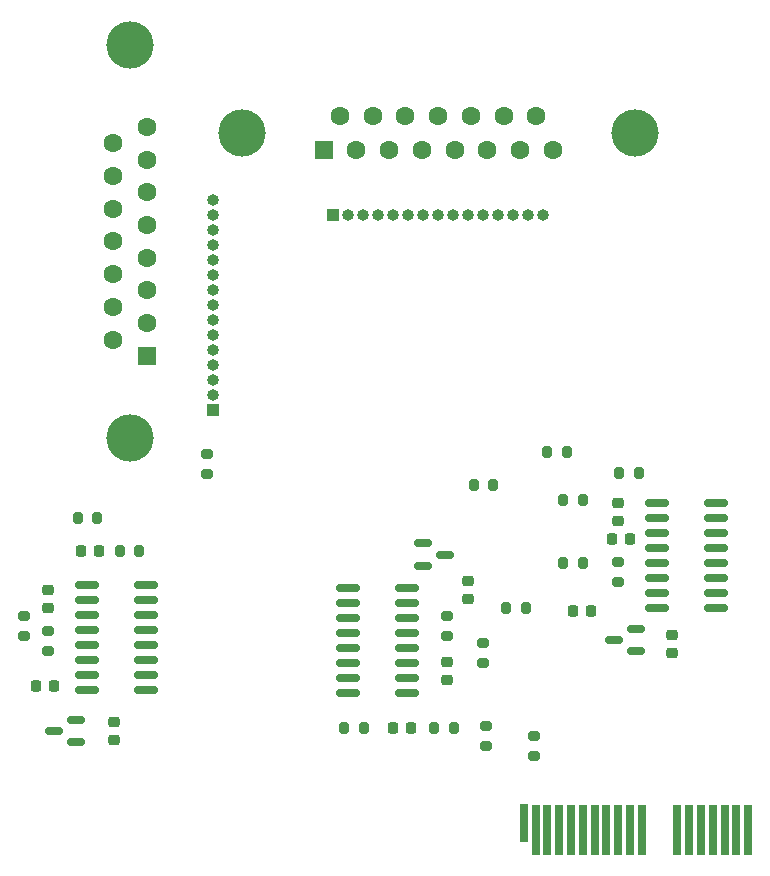
<source format=gbr>
%TF.GenerationSoftware,KiCad,Pcbnew,7.0.1-0*%
%TF.CreationDate,2023-09-14T23:18:32-07:00*%
%TF.ProjectId,HX-board,48582d62-6f61-4726-942e-6b696361645f,rev?*%
%TF.SameCoordinates,Original*%
%TF.FileFunction,Soldermask,Bot*%
%TF.FilePolarity,Negative*%
%FSLAX46Y46*%
G04 Gerber Fmt 4.6, Leading zero omitted, Abs format (unit mm)*
G04 Created by KiCad (PCBNEW 7.0.1-0) date 2023-09-14 23:18:32*
%MOMM*%
%LPD*%
G01*
G04 APERTURE LIST*
G04 Aperture macros list*
%AMRoundRect*
0 Rectangle with rounded corners*
0 $1 Rounding radius*
0 $2 $3 $4 $5 $6 $7 $8 $9 X,Y pos of 4 corners*
0 Add a 4 corners polygon primitive as box body*
4,1,4,$2,$3,$4,$5,$6,$7,$8,$9,$2,$3,0*
0 Add four circle primitives for the rounded corners*
1,1,$1+$1,$2,$3*
1,1,$1+$1,$4,$5*
1,1,$1+$1,$6,$7*
1,1,$1+$1,$8,$9*
0 Add four rect primitives between the rounded corners*
20,1,$1+$1,$2,$3,$4,$5,0*
20,1,$1+$1,$4,$5,$6,$7,0*
20,1,$1+$1,$6,$7,$8,$9,0*
20,1,$1+$1,$8,$9,$2,$3,0*%
G04 Aperture macros list end*
%ADD10R,1.000000X1.000000*%
%ADD11O,1.000000X1.000000*%
%ADD12C,4.000000*%
%ADD13R,1.600000X1.600000*%
%ADD14C,1.600000*%
%ADD15R,0.700000X3.200000*%
%ADD16R,0.700000X4.300000*%
%ADD17RoundRect,0.200000X0.275000X-0.200000X0.275000X0.200000X-0.275000X0.200000X-0.275000X-0.200000X0*%
%ADD18RoundRect,0.200000X-0.200000X-0.275000X0.200000X-0.275000X0.200000X0.275000X-0.200000X0.275000X0*%
%ADD19RoundRect,0.200000X-0.275000X0.200000X-0.275000X-0.200000X0.275000X-0.200000X0.275000X0.200000X0*%
%ADD20RoundRect,0.225000X0.250000X-0.225000X0.250000X0.225000X-0.250000X0.225000X-0.250000X-0.225000X0*%
%ADD21RoundRect,0.150000X0.587500X0.150000X-0.587500X0.150000X-0.587500X-0.150000X0.587500X-0.150000X0*%
%ADD22RoundRect,0.225000X-0.225000X-0.250000X0.225000X-0.250000X0.225000X0.250000X-0.225000X0.250000X0*%
%ADD23RoundRect,0.200000X0.200000X0.275000X-0.200000X0.275000X-0.200000X-0.275000X0.200000X-0.275000X0*%
%ADD24RoundRect,0.150000X0.850000X0.150000X-0.850000X0.150000X-0.850000X-0.150000X0.850000X-0.150000X0*%
%ADD25RoundRect,0.225000X-0.250000X0.225000X-0.250000X-0.225000X0.250000X-0.225000X0.250000X0.225000X0*%
%ADD26RoundRect,0.150000X-0.850000X-0.150000X0.850000X-0.150000X0.850000X0.150000X-0.850000X0.150000X0*%
%ADD27RoundRect,0.150000X-0.587500X-0.150000X0.587500X-0.150000X0.587500X0.150000X-0.587500X0.150000X0*%
G04 APERTURE END LIST*
D10*
%TO.C,J4*%
X128768000Y-80264000D03*
D11*
X130038000Y-80264000D03*
X131308000Y-80264000D03*
X132578000Y-80264000D03*
X133848000Y-80264000D03*
X135118000Y-80264000D03*
X136388000Y-80264000D03*
X137658000Y-80264000D03*
X138928000Y-80264000D03*
X140198000Y-80264000D03*
X141468000Y-80264000D03*
X142738000Y-80264000D03*
X144008000Y-80264000D03*
X145278000Y-80264000D03*
X146548000Y-80264000D03*
%TD*%
D12*
%TO.C,J3*%
X111610000Y-65857000D03*
X111610000Y-99157000D03*
D13*
X113030000Y-92202000D03*
D14*
X113030000Y-89432000D03*
X113030000Y-86662000D03*
X113030000Y-83892000D03*
X113030000Y-81122000D03*
X113030000Y-78352000D03*
X113030000Y-75582000D03*
X113030000Y-72812000D03*
X110190000Y-90817000D03*
X110190000Y-88047000D03*
X110190000Y-85277000D03*
X110190000Y-82507000D03*
X110190000Y-79737000D03*
X110190000Y-76967000D03*
X110190000Y-74197000D03*
%TD*%
D15*
%TO.C,J2*%
X144932000Y-131772000D03*
D16*
X145932000Y-132322000D03*
X146932000Y-132322000D03*
X147932000Y-132322000D03*
X148932000Y-132322000D03*
X149932000Y-132322000D03*
X150932000Y-132322000D03*
X151932000Y-132322000D03*
X152932000Y-132322000D03*
X153932000Y-132322000D03*
X154932000Y-132322000D03*
X157932000Y-132322000D03*
X158932000Y-132322000D03*
X159932000Y-132322000D03*
X160932000Y-132322000D03*
X161932000Y-132322000D03*
X162932000Y-132322000D03*
X163932000Y-132322000D03*
%TD*%
D10*
%TO.C,J1*%
X118618000Y-96774000D03*
D11*
X118618000Y-95504000D03*
X118618000Y-94234000D03*
X118618000Y-92964000D03*
X118618000Y-91694000D03*
X118618000Y-90424000D03*
X118618000Y-89154000D03*
X118618000Y-87884000D03*
X118618000Y-86614000D03*
X118618000Y-85344000D03*
X118618000Y-84074000D03*
X118618000Y-82804000D03*
X118618000Y-81534000D03*
X118618000Y-80264000D03*
X118618000Y-78994000D03*
%TD*%
D12*
%TO.C,J5*%
X154338000Y-73320331D03*
X121038000Y-73320331D03*
D13*
X127993000Y-74740331D03*
D14*
X130763000Y-74740331D03*
X133533000Y-74740331D03*
X136303000Y-74740331D03*
X139073000Y-74740331D03*
X141843000Y-74740331D03*
X144613000Y-74740331D03*
X147383000Y-74740331D03*
X129378000Y-71900331D03*
X132148000Y-71900331D03*
X134918000Y-71900331D03*
X137688000Y-71900331D03*
X140458000Y-71900331D03*
X143228000Y-71900331D03*
X145998000Y-71900331D03*
%TD*%
D17*
%TO.C,R15*%
X118110000Y-102171000D03*
X118110000Y-100521000D03*
%TD*%
D18*
%TO.C,R44*%
X107188000Y-105918000D03*
X108838000Y-105918000D03*
%TD*%
D19*
%TO.C,R9*%
X141700000Y-123575000D03*
X141700000Y-125225000D03*
%TD*%
%TO.C,R37*%
X152908000Y-109665000D03*
X152908000Y-111315000D03*
%TD*%
D20*
%TO.C,C24*%
X152908000Y-106185000D03*
X152908000Y-104635000D03*
%TD*%
D21*
%TO.C,Q6*%
X154432000Y-115316000D03*
X154432000Y-117216000D03*
X152557000Y-116266000D03*
%TD*%
D22*
%TO.C,C20*%
X133845000Y-123698000D03*
X135395000Y-123698000D03*
%TD*%
D21*
%TO.C,Q7*%
X107031000Y-123002000D03*
X107031000Y-124902000D03*
X105156000Y-123952000D03*
%TD*%
D20*
%TO.C,C17*%
X157480000Y-117361000D03*
X157480000Y-115811000D03*
%TD*%
D17*
%TO.C,R33*%
X138430000Y-115887000D03*
X138430000Y-114237000D03*
%TD*%
D18*
%TO.C,R38*%
X148273000Y-109728000D03*
X149923000Y-109728000D03*
%TD*%
%TO.C,R43*%
X110744000Y-108712000D03*
X112394000Y-108712000D03*
%TD*%
D19*
%TO.C,R41*%
X104648000Y-115507000D03*
X104648000Y-117157000D03*
%TD*%
%TO.C,R42*%
X102616000Y-114237000D03*
X102616000Y-115887000D03*
%TD*%
%TO.C,R3*%
X145796000Y-124397000D03*
X145796000Y-126047000D03*
%TD*%
D18*
%TO.C,R35*%
X137351000Y-123698000D03*
X139001000Y-123698000D03*
%TD*%
D23*
%TO.C,R11*%
X142366000Y-103124000D03*
X140716000Y-103124000D03*
%TD*%
%TO.C,R40*%
X149923000Y-104394000D03*
X148273000Y-104394000D03*
%TD*%
D18*
%TO.C,R39*%
X153036000Y-102108000D03*
X154686000Y-102108000D03*
%TD*%
D17*
%TO.C,R34*%
X141478000Y-118173000D03*
X141478000Y-116523000D03*
%TD*%
D24*
%TO.C,U5*%
X135088000Y-111887000D03*
X135088000Y-113157000D03*
X135088000Y-114427000D03*
X135088000Y-115697000D03*
X135088000Y-116967000D03*
X135088000Y-118237000D03*
X135088000Y-119507000D03*
X135088000Y-120777000D03*
X130088000Y-120777000D03*
X130088000Y-119507000D03*
X130088000Y-118237000D03*
X130088000Y-116967000D03*
X130088000Y-115697000D03*
X130088000Y-114427000D03*
X130088000Y-113157000D03*
X130088000Y-111887000D03*
%TD*%
D18*
%TO.C,R12*%
X143447000Y-113538000D03*
X145097000Y-113538000D03*
%TD*%
D25*
%TO.C,C27*%
X104648000Y-112001000D03*
X104648000Y-113551000D03*
%TD*%
D23*
%TO.C,R8*%
X148590000Y-100330000D03*
X146940000Y-100330000D03*
%TD*%
D20*
%TO.C,C19*%
X138430000Y-119634000D03*
X138430000Y-118084000D03*
%TD*%
D26*
%TO.C,U7*%
X107990000Y-120523000D03*
X107990000Y-119253000D03*
X107990000Y-117983000D03*
X107990000Y-116713000D03*
X107990000Y-115443000D03*
X107990000Y-114173000D03*
X107990000Y-112903000D03*
X107990000Y-111633000D03*
X112990000Y-111633000D03*
X112990000Y-112903000D03*
X112990000Y-114173000D03*
X112990000Y-115443000D03*
X112990000Y-116713000D03*
X112990000Y-117983000D03*
X112990000Y-119253000D03*
X112990000Y-120523000D03*
%TD*%
D23*
%TO.C,R36*%
X131381000Y-123698000D03*
X129731000Y-123698000D03*
%TD*%
D20*
%TO.C,C25*%
X110236000Y-124727000D03*
X110236000Y-123177000D03*
%TD*%
D26*
%TO.C,U6*%
X156210000Y-113538000D03*
X156210000Y-112268000D03*
X156210000Y-110998000D03*
X156210000Y-109728000D03*
X156210000Y-108458000D03*
X156210000Y-107188000D03*
X156210000Y-105918000D03*
X156210000Y-104648000D03*
X161210000Y-104648000D03*
X161210000Y-105918000D03*
X161210000Y-107188000D03*
X161210000Y-108458000D03*
X161210000Y-109728000D03*
X161210000Y-110998000D03*
X161210000Y-112268000D03*
X161210000Y-113538000D03*
%TD*%
D22*
%TO.C,C23*%
X152400000Y-107696000D03*
X153950000Y-107696000D03*
%TD*%
D25*
%TO.C,C18*%
X140208000Y-111252000D03*
X140208000Y-112802000D03*
%TD*%
D22*
%TO.C,C28*%
X107429000Y-108712000D03*
X108979000Y-108712000D03*
%TD*%
%TO.C,C22*%
X149085000Y-113792000D03*
X150635000Y-113792000D03*
%TD*%
%TO.C,C26*%
X103619000Y-120142000D03*
X105169000Y-120142000D03*
%TD*%
D27*
%TO.C,Q5*%
X136398000Y-109982000D03*
X136398000Y-108082000D03*
X138273000Y-109032000D03*
%TD*%
M02*

</source>
